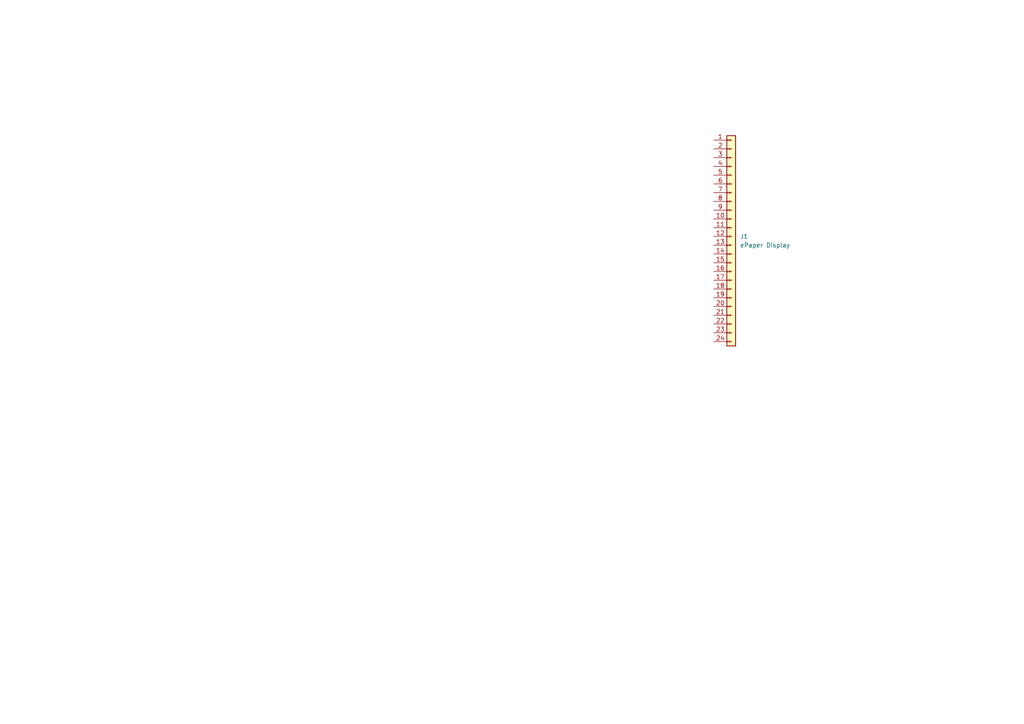
<source format=kicad_sch>
(kicad_sch (version 20231120) (generator "eeschema") (generator_version "8.0")
  (paper "A4")
  (lib_symbols
    (symbol "Connector_Generic:Conn_01x24" (pin_names (offset 1.016) hide)
      (property "Reference" "J" (at 0 30.48 0))
      (property "Value" "Conn_01x24" (at 0 -33.02 0))
      (symbol "Conn_01x24_1_1"
        (rectangle (start -1.27 -30.353) (end 0 -30.607) (stroke (width 0.1524)))
        (rectangle (start -1.27 -27.813) (end 0 -28.067) (stroke (width 0.1524)))
        (rectangle (start -1.27 -25.273) (end 0 -25.527) (stroke (width 0.1524)))
        (rectangle (start -1.27 -22.733) (end 0 -22.987) (stroke (width 0.1524)))
        (rectangle (start -1.27 -20.193) (end 0 -20.447) (stroke (width 0.1524)))
        (rectangle (start -1.27 -17.653) (end 0 -17.907) (stroke (width 0.1524)))
        (rectangle (start -1.27 -15.113) (end 0 -15.367) (stroke (width 0.1524)))
        (rectangle (start -1.27 -12.573) (end 0 -12.827) (stroke (width 0.1524)))
        (rectangle (start -1.27 -10.033) (end 0 -10.287) (stroke (width 0.1524)))
        (rectangle (start -1.27 -7.493) (end 0 -7.747) (stroke (width 0.1524)))
        (rectangle (start -1.27 -4.953) (end 0 -5.207) (stroke (width 0.1524)))
        (rectangle (start -1.27 -2.413) (end 0 -2.667) (stroke (width 0.1524)))
        (rectangle (start -1.27 0.127) (end 0 -0.127) (stroke (width 0.1524)))
        (rectangle (start -1.27 2.667) (end 0 2.413) (stroke (width 0.1524)))
        (rectangle (start -1.27 5.207) (end 0 4.953) (stroke (width 0.1524)))
        (rectangle (start -1.27 7.747) (end 0 7.493) (stroke (width 0.1524)))
        (rectangle (start -1.27 10.287) (end 0 10.033) (stroke (width 0.1524)))
        (rectangle (start -1.27 12.827) (end 0 12.573) (stroke (width 0.1524)))
        (rectangle (start -1.27 15.367) (end 0 15.113) (stroke (width 0.1524)))
        (rectangle (start -1.27 17.907) (end 0 17.653) (stroke (width 0.1524)))
        (rectangle (start -1.27 20.447) (end 0 20.193) (stroke (width 0.1524)))
        (rectangle (start -1.27 22.987) (end 0 22.733) (stroke (width 0.1524)))
        (rectangle (start -1.27 25.527) (end 0 25.273) (stroke (width 0.1524)))
        (rectangle (start -1.27 28.067) (end 0 27.813) (stroke (width 0.1524)))
        (rectangle (start -1.27 29.21) (end 1.27 -31.75) (stroke (width 0.254)) (fill (type background)))
        (pin passive line (at -5.08 27.94 0) (length 3.81) (name "Pin_1") (number "1"))
        (pin passive line (at -5.08 5.08 0) (length 3.81) (name "Pin_10") (number "10"))
        (pin passive line (at -5.08 2.54 0) (length 3.81) (name "Pin_11") (number "11"))
        (pin passive line (at -5.08 0 0) (length 3.81) (name "Pin_12") (number "12"))
        (pin passive line (at -5.08 -2.54 0) (length 3.81) (name "Pin_13") (number "13"))
        (pin passive line (at -5.08 -5.08 0) (length 3.81) (name "Pin_14") (number "14"))
        (pin passive line (at -5.08 -7.62 0) (length 3.81) (name "Pin_15") (number "15"))
        (pin passive line (at -5.08 -10.16 0) (length 3.81) (name "Pin_16") (number "16"))
        (pin passive line (at -5.08 -12.7 0) (length 3.81) (name "Pin_17") (number "17"))
        (pin passive line (at -5.08 -15.24 0) (length 3.81) (name "Pin_18") (number "18"))
        (pin passive line (at -5.08 -17.78 0) (length 3.81) (name "Pin_19") (number "19"))
        (pin passive line (at -5.08 25.4 0) (length 3.81) (name "Pin_2") (number "2"))
        (pin passive line (at -5.08 -20.32 0) (length 3.81) (name "Pin_20") (number "20"))
        (pin passive line (at -5.08 -22.86 0) (length 3.81) (name "Pin_21") (number "21"))
        (pin passive line (at -5.08 -25.4 0) (length 3.81) (name "Pin_22") (number "22"))
        (pin passive line (at -5.08 -27.94 0) (length 3.81) (name "Pin_23") (number "23"))
        (pin passive line (at -5.08 -30.48 0) (length 3.81) (name "Pin_24") (number "24"))
        (pin passive line (at -5.08 22.86 0) (length 3.81) (name "Pin_3") (number "3"))
        (pin passive line (at -5.08 20.32 0) (length 3.81) (name "Pin_4") (number "4"))
        (pin passive line (at -5.08 17.78 0) (length 3.81) (name "Pin_5") (number "5"))
        (pin passive line (at -5.08 15.24 0) (length 3.81) (name "Pin_6") (number "6"))
        (pin passive line (at -5.08 12.7 0) (length 3.81) (name "Pin_7") (number "7"))
        (pin passive line (at -5.08 10.16 0) (length 3.81) (name "Pin_8") (number "8"))
        (pin passive line (at -5.08 7.62 0) (length 3.81) (name "Pin_9") (number "9"))
      )
    )
  )
  (symbol (lib_id "Connector_Generic:Conn_01x24") (at 212.09 68.58 0) (unit 1)
    (property "Reference" "J1" (at 214.63 68.5799 0) (effects (justify left)))
    (property "Value" "ePaper Display" (at 214.63 71.1199 0) (effects (justify left)))
    (property "Footprint" "Connector_FFC-FPC:Hirose_FH12-24S-0.5SH_1x24-1MP_P0.50mm_Horizontal" (effects (hide yes)))
    (property "Description" "Generic connector, single row, 01x24, script generated (kicad-library-utils/schlib/autogen/connector/)" (effects (hide yes)))
  )
)
</source>
